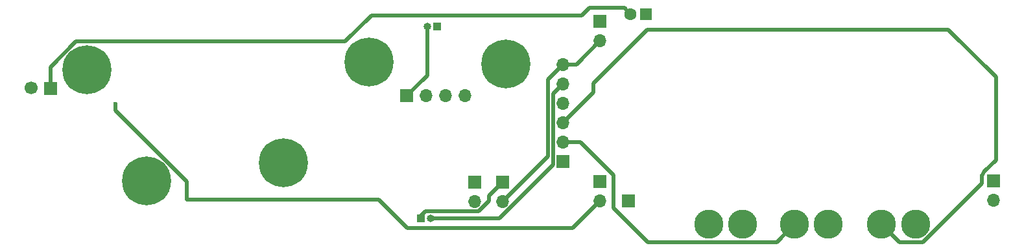
<source format=gbr>
%TF.GenerationSoftware,KiCad,Pcbnew,8.0.0*%
%TF.CreationDate,2024-08-24T04:45:33-07:00*%
%TF.ProjectId,sled,736c6564-2e6b-4696-9361-645f70636258,rev?*%
%TF.SameCoordinates,Original*%
%TF.FileFunction,Copper,L1,Top*%
%TF.FilePolarity,Positive*%
%FSLAX46Y46*%
G04 Gerber Fmt 4.6, Leading zero omitted, Abs format (unit mm)*
G04 Created by KiCad (PCBNEW 8.0.0) date 2024-08-24 04:45:33*
%MOMM*%
%LPD*%
G01*
G04 APERTURE LIST*
G04 Aperture macros list*
%AMHorizOval*
0 Thick line with rounded ends*
0 $1 width*
0 $2 $3 position (X,Y) of the first rounded end (center of the circle)*
0 $4 $5 position (X,Y) of the second rounded end (center of the circle)*
0 Add line between two ends*
20,1,$1,$2,$3,$4,$5,0*
0 Add two circle primitives to create the rounded ends*
1,1,$1,$2,$3*
1,1,$1,$4,$5*%
%AMRotRect*
0 Rectangle, with rotation*
0 The origin of the aperture is its center*
0 $1 length*
0 $2 width*
0 $3 Rotation angle, in degrees counterclockwise*
0 Add horizontal line*
21,1,$1,$2,0,0,$3*%
G04 Aperture macros list end*
%TA.AperFunction,ComponentPad*%
%ADD10RotRect,1.700000X1.700000X268.000000*%
%TD*%
%TA.AperFunction,ComponentPad*%
%ADD11HorizOval,1.700000X0.000000X0.000000X0.000000X0.000000X0*%
%TD*%
%TA.AperFunction,ComponentPad*%
%ADD12R,1.700000X1.700000*%
%TD*%
%TA.AperFunction,ComponentPad*%
%ADD13O,1.700000X1.700000*%
%TD*%
%TA.AperFunction,ComponentPad*%
%ADD14R,1.000000X1.000000*%
%TD*%
%TA.AperFunction,ComponentPad*%
%ADD15O,1.000000X1.000000*%
%TD*%
%TA.AperFunction,ComponentPad*%
%ADD16C,3.800000*%
%TD*%
%TA.AperFunction,ComponentPad*%
%ADD17C,1.600000*%
%TD*%
%TA.AperFunction,ComponentPad*%
%ADD18R,1.600000X1.600000*%
%TD*%
%TA.AperFunction,ComponentPad*%
%ADD19C,6.400000*%
%TD*%
%TA.AperFunction,ViaPad*%
%ADD20C,0.600000*%
%TD*%
%TA.AperFunction,Conductor*%
%ADD21C,0.500000*%
%TD*%
G04 APERTURE END LIST*
D10*
%TO.P,GPS1,1,GND*%
%TO.N,Net-(BT3--)*%
X108971000Y-55626000D03*
D11*
%TO.P,GPS1,2,VIN*%
%TO.N,Net-(GPS1-VIN)*%
X106432547Y-55537355D03*
%TD*%
D12*
%TO.P,BR1,1,4TH*%
%TO.N,/HEI*%
X175920400Y-65176400D03*
D13*
%TO.P,BR1,2,3RD*%
%TO.N,/APO_BACKUP*%
X175920400Y-62636400D03*
%TO.P,BR1,3,MAIN*%
%TO.N,/MAIN*%
X175920400Y-60096400D03*
%TO.P,BR1,4,APO*%
%TO.N,/APOGEE*%
X175920400Y-57556400D03*
%TO.P,BR1,5,GND*%
%TO.N,/BR_NEG*%
X175920400Y-55016400D03*
%TO.P,BR1,6,IN*%
%TO.N,/BR_POS*%
X175920400Y-52476400D03*
%TD*%
D14*
%TO.P,BT2,1,+*%
%TO.N,Net-(BT2-+)*%
X159461200Y-47498000D03*
D15*
%TO.P,BT2,2,-*%
%TO.N,Net-(BT2--)*%
X158191200Y-47498000D03*
%TD*%
D14*
%TO.P,BT1,1,+*%
%TO.N,Net-(BT1-+)*%
X157327600Y-72644000D03*
D15*
%TO.P,BT1,2,-*%
%TO.N,/BR_NEG*%
X158597600Y-72644000D03*
%TD*%
D12*
%TO.P,SW4,1*%
%TO.N,unconnected-(SW4-Pad1)*%
X184404000Y-70351800D03*
%TD*%
%TO.P,SW3,1*%
%TO.N,Net-(BT3-+)*%
X180746400Y-67806800D03*
D13*
%TO.P,SW3,2*%
%TO.N,Net-(GPS1-VIN)*%
X180746400Y-70346800D03*
%TD*%
D12*
%TO.P,SW2,1*%
%TO.N,Net-(LYRA1-SW-)*%
X164338000Y-67857600D03*
D13*
%TO.P,SW2,2*%
%TO.N,Net-(LYRA1-SW+)*%
X164338000Y-70397600D03*
%TD*%
D12*
%TO.P,SW1,1*%
%TO.N,Net-(BT1-+)*%
X167995600Y-67857600D03*
D13*
%TO.P,SW1,2*%
%TO.N,/BR_POS*%
X167995600Y-70397600D03*
%TD*%
%TO.P,LYRA1,4,SW-*%
%TO.N,Net-(LYRA1-SW-)*%
X163128800Y-56581200D03*
%TO.P,LYRA1,3,SW+*%
%TO.N,Net-(LYRA1-SW+)*%
X160588800Y-56581200D03*
%TO.P,LYRA1,2,BATT+*%
%TO.N,Net-(BT2-+)*%
X158048800Y-56581200D03*
D12*
%TO.P,LYRA1,1,BATT-*%
%TO.N,Net-(BT2--)*%
X155508800Y-56581200D03*
%TD*%
%TO.P,J2,1,Pin_1*%
%TO.N,/HEI*%
X232105200Y-67716400D03*
D13*
%TO.P,J2,2,Pin_2*%
%TO.N,/BR_POS*%
X232105200Y-70256400D03*
%TD*%
D12*
%TO.P,J1,1,Pin_1*%
%TO.N,/HEI*%
X180746400Y-46837600D03*
D13*
%TO.P,J1,2,Pin_2*%
%TO.N,/BR_POS*%
X180746400Y-49377600D03*
%TD*%
D16*
%TO.P,H11,1,1*%
%TO.N,/BR_POS*%
X210515200Y-73406000D03*
%TD*%
%TO.P,H10,1,1*%
%TO.N,/APO_BACKUP*%
X206146400Y-73406000D03*
%TD*%
%TO.P,H9,1,1*%
%TO.N,/BR_POS*%
X221945200Y-73406000D03*
%TD*%
%TO.P,H8,1,1*%
%TO.N,/MAIN*%
X217474800Y-73406000D03*
%TD*%
%TO.P,H7,1,1*%
%TO.N,/BR_POS*%
X199339200Y-73406000D03*
%TD*%
%TO.P,H6,1,1*%
%TO.N,/APOGEE*%
X194919600Y-73406000D03*
%TD*%
D17*
%TO.P,BT3,2,-*%
%TO.N,Net-(BT3--)*%
X184725600Y-45869600D03*
D18*
%TO.P,BT3,1,+*%
%TO.N,Net-(BT3-+)*%
X186725600Y-45869600D03*
%TD*%
D19*
%TO.P,H5,1,1*%
%TO.N,unconnected-(H5-Pad1)*%
X121500000Y-67750000D03*
%TD*%
%TO.P,H4,1,1*%
%TO.N,unconnected-(H4-Pad1)*%
X139416333Y-65335328D03*
%TD*%
%TO.P,H3,1,1*%
%TO.N,unconnected-(H3-Pad1)*%
X113780646Y-53142541D03*
%TD*%
%TO.P,H2,1,1*%
%TO.N,unconnected-(H2-Pad1)*%
X150532490Y-52126007D03*
%TD*%
%TO.P,H1,1,1*%
%TO.N,unconnected-(H1-Pad1)*%
X168427502Y-52393444D03*
%TD*%
D20*
%TO.N,Net-(GPS1-VIN)*%
X117430646Y-57676954D03*
%TD*%
D21*
%TO.N,Net-(GPS1-VIN)*%
X126746000Y-67834120D02*
X117430646Y-58518766D01*
X126746000Y-70205600D02*
X126746000Y-67834120D01*
X177146600Y-73946600D02*
X155601388Y-73946600D01*
X155601388Y-73946600D02*
X151860388Y-70205600D01*
X180746400Y-70346800D02*
X177146600Y-73946600D01*
X151860388Y-70205600D02*
X126746000Y-70205600D01*
X117430646Y-58518766D02*
X117430646Y-57676954D01*
%TO.N,/MAIN*%
X222918602Y-75756000D02*
X219824800Y-75756000D01*
X230600493Y-67010766D02*
X230600493Y-68074109D01*
X230956740Y-66446735D02*
X230600493Y-67010766D01*
X232419129Y-64984346D02*
X230956740Y-66446735D01*
X232419129Y-60850140D02*
X232421984Y-60853027D01*
X232419129Y-61373300D02*
X232419129Y-64984346D01*
X226205335Y-47905164D02*
X232419129Y-54118958D01*
X232421984Y-60853027D02*
X232419129Y-61373300D01*
X230600493Y-68074109D02*
X222918602Y-75756000D01*
X186926684Y-47905164D02*
X226205335Y-47905164D01*
X179882800Y-56134000D02*
X179882800Y-54949048D01*
X179882800Y-54949048D02*
X186926684Y-47905164D01*
X175920400Y-60096400D02*
X179882800Y-56134000D01*
X232419129Y-54118958D02*
X232419129Y-60850140D01*
X219824800Y-75756000D02*
X217474800Y-73406000D01*
%TO.N,Net-(BT1-+)*%
X166217600Y-70356478D02*
X166217600Y-69635600D01*
X166217600Y-69635600D02*
X167995600Y-67857600D01*
X163795922Y-71694000D02*
X163799522Y-71697600D01*
X157901600Y-71694000D02*
X163795922Y-71694000D01*
X157327600Y-72268000D02*
X157901600Y-71694000D01*
X163799522Y-71697600D02*
X164876478Y-71697600D01*
X164876478Y-71697600D02*
X166217600Y-70356478D01*
X157327600Y-72644000D02*
X157327600Y-72268000D01*
%TO.N,Net-(BT2--)*%
X158191200Y-53898800D02*
X155508800Y-56581200D01*
X158191200Y-47498000D02*
X158191200Y-53898800D01*
%TO.N,/BR_NEG*%
X158597600Y-72644000D02*
X167587678Y-72644000D01*
X174620400Y-56316400D02*
X175920400Y-55016400D01*
X167587678Y-72644000D02*
X174620400Y-65611278D01*
X174620400Y-65611278D02*
X174620400Y-56316400D01*
%TO.N,/BR_POS*%
X167995600Y-70397600D02*
X173920400Y-64472800D01*
X173920400Y-64472800D02*
X173920400Y-54476400D01*
X173920400Y-54476400D02*
X175920400Y-52476400D01*
%TO.N,/APO_BACKUP*%
X203796400Y-75756000D02*
X206146400Y-73406000D01*
X182502757Y-66963157D02*
X182502757Y-71250757D01*
X182502757Y-71250757D02*
X187008000Y-75756000D01*
X187008000Y-75756000D02*
X203796400Y-75756000D01*
X178176000Y-62636400D02*
X182502757Y-66963157D01*
X175920400Y-62636400D02*
X178176000Y-62636400D01*
%TO.N,/BR_POS*%
X177647600Y-52476400D02*
X180746400Y-49377600D01*
X175920400Y-52476400D02*
X177647600Y-52476400D01*
%TO.N,Net-(BT3--)*%
X150876000Y-46075600D02*
X178358800Y-46075600D01*
X147472400Y-49479200D02*
X150876000Y-46075600D01*
X179364799Y-45069601D02*
X183925601Y-45069601D01*
X108971000Y-52790307D02*
X112282107Y-49479200D01*
X112282107Y-49479200D02*
X147472400Y-49479200D01*
X178358800Y-46075600D02*
X179364799Y-45069601D01*
X108971000Y-55626000D02*
X108971000Y-52790307D01*
X183925601Y-45069601D02*
X184725600Y-45869600D01*
%TD*%
M02*

</source>
